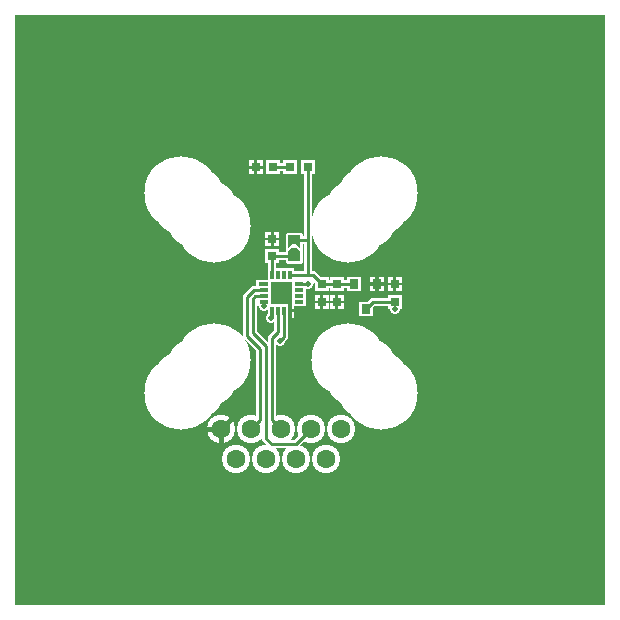
<source format=gbr>
%FSLAX34Y34*%
%MOMM*%
%LNCOPPER_TOP*%
G71*
G01*
%ADD10R, 1.200X0.700*%
%ADD11R, 0.700X1.200*%
%ADD12C, 6.200*%
%ADD13C, 2.400*%
%ADD14R, 1.200X1.200*%
%ADD15C, 0.650*%
%ADD16C, 0.900*%
%ADD17R, 1.200X1.299*%
%ADD18C, 0.400*%
%ADD19C, 0.250*%
%ADD20C, 0.300*%
%ADD21C, 0.200*%
%ADD22C, 0.299*%
%ADD23C, 0.248*%
%ADD24R, 0.800X0.300*%
%ADD25R, 0.300X0.800*%
%ADD26C, 1.600*%
%ADD27R, 0.800X0.800*%
%ADD28C, 0.800*%
%ADD29R, 1.700X1.700*%
%ADD30C, 0.500*%
%ADD31R, 0.800X0.899*%
%LPD*%
G36*
X-225608Y235608D02*
X274392Y235608D01*
X274392Y-264392D01*
X-225608Y-264392D01*
X-225608Y235608D01*
G37*
%LPC*%
X15002Y-2501D02*
G54D10*
D03*
X15002Y-7502D02*
G54D10*
D03*
X15002Y2500D02*
G54D10*
D03*
X-15000Y-2501D02*
G54D10*
D03*
X-15000Y-7502D02*
G54D10*
D03*
X-15001Y2500D02*
G54D10*
D03*
X2501Y-15002D02*
G54D11*
D03*
X7502Y-15002D02*
G54D11*
D03*
G36*
X-21000Y11000D02*
X-9000Y11000D01*
X-9000Y4000D01*
X-21000Y4000D01*
X-21000Y11000D01*
G37*
X-2500Y-15002D02*
G54D11*
D03*
X-7499Y-15002D02*
G54D11*
D03*
X2501Y15000D02*
G54D11*
D03*
X7502Y15002D02*
G54D11*
D03*
X15002Y7500D02*
G54D10*
D03*
X-2500Y15000D02*
G54D11*
D03*
X-7499Y15001D02*
G54D11*
D03*
X-2500Y15000D02*
G54D11*
D03*
X-67175Y67175D02*
G54D12*
D03*
X67175Y-67175D02*
G54D12*
D03*
X56568Y56568D02*
G54D12*
D03*
X-56569Y-56568D02*
G54D12*
D03*
X67175Y67175D02*
G54D12*
D03*
X-67175Y-67175D02*
G54D12*
D03*
X56569Y-56570D02*
G54D12*
D03*
X-56568Y56567D02*
G54D12*
D03*
X-50800Y-115570D02*
G54D13*
D03*
X-25400Y-115570D02*
G54D13*
D03*
X0Y-115570D02*
G54D13*
D03*
X25400Y-115570D02*
G54D13*
D03*
X50800Y-115570D02*
G54D13*
D03*
X-38100Y-140970D02*
G54D13*
D03*
X-12700Y-140970D02*
G54D13*
D03*
X12700Y-140970D02*
G54D13*
D03*
X38100Y-140970D02*
G54D13*
D03*
X-7500Y45876D02*
G54D14*
D03*
X-7499Y30876D02*
G54D14*
D03*
X34133Y-7500D02*
G54D14*
D03*
X34132Y7500D02*
G54D14*
D03*
G54D15*
X-7499Y15001D02*
X-7499Y30876D01*
X10816Y30876D01*
G54D15*
X-15001Y2500D02*
X-23196Y2500D01*
X-28872Y-3175D01*
X-28872Y-36194D01*
X-17760Y-47306D01*
X-17760Y-107929D01*
X-25400Y-115570D01*
X-15000Y-10864D02*
G54D16*
D03*
X-8293Y-21352D02*
G54D16*
D03*
G54D15*
X-7499Y-15002D02*
X-7499Y-20558D01*
X-8293Y-21352D01*
X-674Y-40402D02*
G54D16*
D03*
G54D15*
X2501Y-15002D02*
X2501Y-37227D01*
X-674Y-40402D01*
X22940Y7500D02*
G54D16*
D03*
G54D15*
X15002Y7500D02*
X22940Y7500D01*
G54D15*
X0Y-115570D02*
X-7640Y-107929D01*
X-7640Y-38100D01*
X-2500Y-32960D01*
X-2500Y-15002D01*
G54D15*
X-15000Y-2501D02*
X-21848Y-2501D01*
X-24110Y-4762D01*
X-24110Y-33812D01*
X-12700Y-45222D01*
X-12700Y-123803D01*
X-8234Y-128270D01*
X12700Y-128270D01*
X25400Y-115570D01*
X80913Y7501D02*
G54D17*
D03*
X61914Y7501D02*
G54D17*
D03*
X71413Y-13505D02*
G54D17*
D03*
X96019Y-13505D02*
G54D16*
D03*
X95994Y7501D02*
G54D14*
D03*
X95995Y-7500D02*
G54D14*
D03*
X46833Y-7500D02*
G54D14*
D03*
X46832Y7501D02*
G54D14*
D03*
G54D15*
X61914Y7501D02*
X34132Y7500D01*
G54D15*
X7502Y15002D02*
X26631Y15002D01*
X34132Y7500D01*
X22640Y106363D02*
G54D14*
D03*
X7640Y106362D02*
G54D14*
D03*
X-6647Y106362D02*
G54D14*
D03*
X-21648Y106362D02*
G54D14*
D03*
G54D15*
X-6647Y106362D02*
X7640Y106362D01*
G54D15*
X22640Y106363D02*
X22640Y15002D01*
G36*
X5995Y49489D02*
X5995Y38376D01*
X9170Y41551D01*
X12345Y41551D01*
X15520Y38376D01*
X15520Y49489D01*
X5995Y49489D01*
G37*
G54D18*
X5995Y49489D02*
X5995Y38376D01*
X9170Y41551D01*
X12345Y41551D01*
X15520Y38376D01*
X15520Y49489D01*
X5995Y49489D01*
G36*
X5995Y35201D02*
X9170Y38376D01*
X12345Y38376D01*
X15520Y35201D01*
X15520Y27264D01*
X5995Y27264D01*
X5995Y35201D01*
G37*
G54D18*
X5995Y35201D02*
X9170Y38376D01*
X12345Y38376D01*
X15520Y35201D01*
X15520Y27264D01*
X5995Y27264D01*
X5995Y35201D01*
G54D15*
X10816Y45244D02*
X21928Y45244D01*
G54D15*
X95995Y-7500D02*
X77419Y-7500D01*
X71413Y-13505D01*
G36*
X9228Y12700D02*
X26690Y12700D01*
X26690Y9525D01*
X10816Y9525D01*
X9228Y12700D01*
G37*
G54D19*
X9228Y12700D02*
X26690Y12700D01*
X26690Y9525D01*
X10816Y9525D01*
X9228Y12700D01*
X-84853Y84853D02*
G54D12*
D03*
X84853Y-84853D02*
G54D12*
D03*
X84853Y84853D02*
G54D12*
D03*
X-84853Y-84853D02*
G54D12*
D03*
X-77782Y77782D02*
G54D12*
D03*
X77782Y-77782D02*
G54D12*
D03*
X77782Y77782D02*
G54D12*
D03*
X-77782Y-77782D02*
G54D12*
D03*
%LPD*%
G54D20*
G36*
X6002Y-15002D02*
X6002Y-8502D01*
X9002Y-8502D01*
X9002Y-15002D01*
X6002Y-15002D01*
G37*
G36*
X7502Y-13502D02*
X11502Y-13502D01*
X11502Y-16502D01*
X7502Y-16502D01*
X7502Y-13502D01*
G37*
G36*
X9002Y-15002D02*
X9002Y-21502D01*
X6002Y-21502D01*
X6002Y-15002D01*
X9002Y-15002D01*
G37*
G54D18*
G36*
X-52214Y-114156D02*
X-43375Y-105317D01*
X-40547Y-108146D01*
X-49386Y-116984D01*
X-52214Y-114156D01*
G37*
G36*
X-48800Y-115570D02*
X-48800Y-128070D01*
X-52800Y-128070D01*
X-52800Y-115570D01*
X-48800Y-115570D01*
G37*
G36*
X-50800Y-117570D02*
X-63300Y-117570D01*
X-63300Y-113570D01*
X-50800Y-113570D01*
X-50800Y-117570D01*
G37*
G54D21*
G36*
X-7499Y46876D02*
X-999Y46875D01*
X-1000Y44875D01*
X-7500Y44876D01*
X-7499Y46876D01*
G37*
G36*
X-6500Y45876D02*
X-6500Y39376D01*
X-8500Y39376D01*
X-8500Y45876D01*
X-6500Y45876D01*
G37*
G36*
X-7500Y44876D02*
X-14000Y44877D01*
X-13999Y46877D01*
X-7499Y46876D01*
X-7500Y44876D01*
G37*
G36*
X-8500Y45876D02*
X-8499Y52376D01*
X-6499Y52376D01*
X-6500Y45876D01*
X-8500Y45876D01*
G37*
G54D21*
G36*
X34133Y-8500D02*
X27633Y-8499D01*
X27633Y-6499D01*
X34133Y-6500D01*
X34133Y-8500D01*
G37*
G36*
X33133Y-7500D02*
X33134Y-1000D01*
X35134Y-1000D01*
X35133Y-7500D01*
X33133Y-7500D01*
G37*
G36*
X34133Y-6500D02*
X40633Y-6501D01*
X40633Y-8501D01*
X34133Y-8500D01*
X34133Y-6500D01*
G37*
G36*
X35133Y-7500D02*
X35132Y-14000D01*
X33132Y-14000D01*
X33133Y-7500D01*
X35133Y-7500D01*
G37*
G54D22*
G36*
X80913Y6007D02*
X74412Y6007D01*
X74412Y8994D01*
X80913Y8994D01*
X80913Y6007D01*
G37*
G36*
X79420Y7501D02*
X79420Y14497D01*
X82406Y14497D01*
X82406Y7501D01*
X79420Y7501D01*
G37*
G36*
X80913Y8994D02*
X87414Y8994D01*
X87414Y6007D01*
X80913Y6007D01*
X80913Y8994D01*
G37*
G36*
X82406Y7501D02*
X82406Y505D01*
X79420Y505D01*
X79420Y7501D01*
X82406Y7501D01*
G37*
G54D21*
G36*
X95994Y8501D02*
X102494Y8500D01*
X102494Y6500D01*
X95994Y6501D01*
X95994Y8501D01*
G37*
G36*
X96994Y7501D02*
X96993Y1001D01*
X94993Y1001D01*
X94994Y7501D01*
X96994Y7501D01*
G37*
G36*
X95994Y6501D02*
X89494Y6502D01*
X89494Y8502D01*
X95994Y8501D01*
X95994Y6501D01*
G37*
G36*
X94994Y7501D02*
X94995Y14001D01*
X96995Y14001D01*
X96994Y7501D01*
X94994Y7501D01*
G37*
G54D21*
G36*
X46833Y-8500D02*
X40333Y-8499D01*
X40333Y-6499D01*
X46833Y-6500D01*
X46833Y-8500D01*
G37*
G36*
X45833Y-7500D02*
X45834Y-1000D01*
X47834Y-1000D01*
X47833Y-7500D01*
X45833Y-7500D01*
G37*
G36*
X46833Y-6500D02*
X53333Y-6501D01*
X53333Y-8501D01*
X46833Y-8500D01*
X46833Y-6500D01*
G37*
G36*
X47833Y-7500D02*
X47832Y-14000D01*
X45832Y-14000D01*
X45833Y-7500D01*
X47833Y-7500D01*
G37*
G54D23*
G36*
X-20408Y106362D02*
X-20409Y99862D01*
X-22889Y99862D01*
X-22888Y106362D01*
X-20408Y106362D01*
G37*
G36*
X-21648Y105122D02*
X-28148Y105122D01*
X-28148Y107602D01*
X-21648Y107602D01*
X-21648Y105122D01*
G37*
G36*
X-22888Y106362D02*
X-22888Y112862D01*
X-20408Y112862D01*
X-20408Y106362D01*
X-22888Y106362D01*
G37*
G36*
X-21648Y107602D02*
X-15148Y107601D01*
X-15148Y105121D01*
X-21648Y105122D01*
X-21648Y107602D01*
G37*
X15002Y-2501D02*
G54D24*
D03*
X15002Y-7502D02*
G54D24*
D03*
X15002Y2500D02*
G54D24*
D03*
X-15000Y-2501D02*
G54D24*
D03*
X-15000Y-7502D02*
G54D24*
D03*
X-15001Y2500D02*
G54D24*
D03*
X2501Y-15002D02*
G54D25*
D03*
X7502Y-15002D02*
G54D25*
D03*
G36*
X-19000Y9000D02*
X-11000Y9000D01*
X-11000Y6000D01*
X-19000Y6000D01*
X-19000Y9000D01*
G37*
X-2500Y-15002D02*
G54D25*
D03*
X-7499Y-15002D02*
G54D25*
D03*
X2501Y15000D02*
G54D25*
D03*
X7502Y15002D02*
G54D25*
D03*
X15002Y7500D02*
G54D24*
D03*
X-2500Y15000D02*
G54D25*
D03*
X-7499Y15001D02*
G54D25*
D03*
X-2500Y15000D02*
G54D25*
D03*
X-50800Y-115570D02*
G54D26*
D03*
X-25400Y-115570D02*
G54D26*
D03*
X0Y-115570D02*
G54D26*
D03*
X25400Y-115570D02*
G54D26*
D03*
X50800Y-115570D02*
G54D26*
D03*
X-38100Y-140970D02*
G54D26*
D03*
X-12700Y-140970D02*
G54D26*
D03*
X12700Y-140970D02*
G54D26*
D03*
X38100Y-140970D02*
G54D26*
D03*
X-7500Y45876D02*
G54D27*
D03*
X-7499Y30876D02*
G54D27*
D03*
X34133Y-7500D02*
G54D27*
D03*
X34132Y7500D02*
G54D27*
D03*
G54D19*
X-7499Y15001D02*
X-7499Y30876D01*
X10816Y30876D01*
X0Y0D02*
G54D28*
D03*
X0Y0D02*
G54D29*
D03*
G54D19*
X-15001Y2500D02*
X-23196Y2500D01*
X-28872Y-3175D01*
X-28872Y-36194D01*
X-17760Y-47306D01*
X-17760Y-107929D01*
X-25400Y-115570D01*
X-15000Y-10864D02*
G54D30*
D03*
X-8293Y-21352D02*
G54D30*
D03*
G54D19*
X-7499Y-15002D02*
X-7499Y-20558D01*
X-8293Y-21352D01*
X-674Y-40402D02*
G54D30*
D03*
G54D19*
X2501Y-15002D02*
X2501Y-37227D01*
X-674Y-40402D01*
X22940Y7500D02*
G54D30*
D03*
G54D19*
X15002Y7500D02*
X22940Y7500D01*
G54D19*
X0Y-115570D02*
X-7640Y-107929D01*
X-7640Y-38100D01*
X-2500Y-32960D01*
X-2500Y-15002D01*
G54D19*
X-15000Y-2501D02*
X-21848Y-2501D01*
X-24110Y-4762D01*
X-24110Y-33812D01*
X-12700Y-45222D01*
X-12700Y-123803D01*
X-8234Y-128270D01*
X12700Y-128270D01*
X25400Y-115570D01*
X170000Y0D02*
G54D30*
D03*
X-170000Y0D02*
G54D30*
D03*
X0Y170000D02*
G54D30*
D03*
X0Y-170000D02*
G54D30*
D03*
X17383Y-100131D02*
G54D30*
D03*
X80913Y7501D02*
G54D31*
D03*
X61914Y7501D02*
G54D31*
D03*
X71413Y-13505D02*
G54D31*
D03*
X96019Y-13505D02*
G54D30*
D03*
X95994Y7501D02*
G54D27*
D03*
X95995Y-7500D02*
G54D27*
D03*
X46833Y-7500D02*
G54D27*
D03*
X46832Y7501D02*
G54D27*
D03*
X71413Y7501D02*
G54D30*
D03*
G54D19*
X61914Y7501D02*
X34132Y7500D01*
G54D19*
X7502Y15002D02*
X26631Y15002D01*
X34132Y7500D01*
X2878Y-50800D02*
G54D30*
D03*
X2878Y-69850D02*
G54D30*
D03*
X-9822Y-28575D02*
G54D30*
D03*
X22640Y106363D02*
G54D27*
D03*
X7640Y106362D02*
G54D27*
D03*
X-6647Y106362D02*
G54D27*
D03*
X-21648Y106362D02*
G54D27*
D03*
G54D19*
X-6647Y106362D02*
X7640Y106362D01*
G54D19*
X22640Y106363D02*
X22640Y15002D01*
G36*
X5995Y49489D02*
X5995Y38376D01*
X9170Y41551D01*
X12345Y41551D01*
X15520Y38376D01*
X15520Y49489D01*
X5995Y49489D01*
G37*
G36*
X5995Y35201D02*
X9170Y38376D01*
X12345Y38376D01*
X15520Y35201D01*
X15520Y27264D01*
X5995Y27264D01*
X5995Y35201D01*
G37*
G54D19*
X10816Y45244D02*
X21928Y45244D01*
G54D19*
X95995Y-7500D02*
X77419Y-7500D01*
X71413Y-13505D01*
X21928Y-15875D02*
G54D30*
D03*
X-54272Y0D02*
G54D30*
D03*
X-1884Y73025D02*
G54D30*
D03*
M02*

</source>
